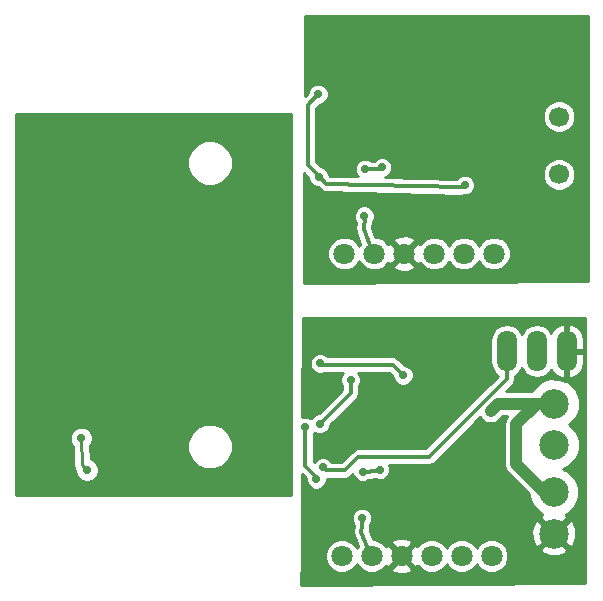
<source format=gbl>
G04 #@! TF.FileFunction,Copper,L2,Bot,Signal*
%FSLAX46Y46*%
G04 Gerber Fmt 4.6, Leading zero omitted, Abs format (unit mm)*
G04 Created by KiCad (PCBNEW 4.0.3+e1-6302~38~ubuntu14.04.1-stable) date Sun Sep  4 16:46:07 2016*
%MOMM*%
%LPD*%
G01*
G04 APERTURE LIST*
%ADD10C,0.150000*%
%ADD11C,1.700000*%
%ADD12C,0.600000*%
%ADD13C,1.800000*%
%ADD14C,2.500000*%
%ADD15O,1.699260X3.500120*%
%ADD16R,2.499360X2.499360*%
%ADD17C,0.700000*%
%ADD18C,0.250000*%
%ADD19C,0.350000*%
%ADD20C,1.000000*%
%ADD21C,0.254000*%
G04 APERTURE END LIST*
D10*
D11*
X183000000Y-64100000D03*
X183000000Y-69000000D03*
D12*
X174600000Y-63150000D03*
X173600000Y-63150000D03*
X172600000Y-63150000D03*
X171600000Y-63150000D03*
X170600000Y-63150000D03*
X169600000Y-63150000D03*
X168600000Y-63150000D03*
X167600000Y-63150000D03*
X167550000Y-59800000D03*
X168550000Y-59800000D03*
X169550000Y-59800000D03*
X170550000Y-59800000D03*
X171550000Y-59800000D03*
X172550000Y-59800000D03*
X173550000Y-59800000D03*
X174550000Y-59800000D03*
X175550000Y-59800000D03*
X176550000Y-59800000D03*
X177550000Y-59800000D03*
X167550000Y-60950000D03*
X168550000Y-60950000D03*
X169550000Y-60950000D03*
X170550000Y-60950000D03*
X171550000Y-60950000D03*
X172550000Y-60950000D03*
X173550000Y-60950000D03*
X174550000Y-60950000D03*
X175550000Y-60950000D03*
X176550000Y-60950000D03*
X177550000Y-60950000D03*
X167550000Y-61950000D03*
X168550000Y-61950000D03*
X169550000Y-61950000D03*
X170550000Y-61950000D03*
X171550000Y-61950000D03*
X172550000Y-61950000D03*
X173550000Y-61950000D03*
X174550000Y-61950000D03*
X175550000Y-61950000D03*
X176550000Y-61950000D03*
X177550000Y-61950000D03*
X177350000Y-58650000D03*
X176350000Y-58650000D03*
X175350000Y-58650000D03*
X174350000Y-58650000D03*
X173350000Y-58650000D03*
X172350000Y-58650000D03*
X171350000Y-58650000D03*
X170350000Y-58650000D03*
X169350000Y-58650000D03*
X168350000Y-58650000D03*
X167350000Y-58650000D03*
X166350000Y-58650000D03*
X165350000Y-58650000D03*
X164350000Y-58650000D03*
X163350000Y-58650000D03*
X162350000Y-58650000D03*
X177350000Y-57650000D03*
X176350000Y-57650000D03*
X175350000Y-57650000D03*
X174350000Y-57650000D03*
X173350000Y-57650000D03*
X172350000Y-57650000D03*
X171350000Y-57650000D03*
X170350000Y-57650000D03*
X169350000Y-57650000D03*
X168350000Y-57650000D03*
X167350000Y-57650000D03*
X166350000Y-57650000D03*
X165350000Y-57650000D03*
X164350000Y-57650000D03*
X163350000Y-57650000D03*
X162350000Y-57650000D03*
X184350000Y-56500000D03*
X183350000Y-56500000D03*
X182350000Y-56500000D03*
X181350000Y-56500000D03*
X180350000Y-56500000D03*
X179350000Y-56500000D03*
X178350000Y-56500000D03*
X177350000Y-56500000D03*
X176350000Y-56500000D03*
X175350000Y-56500000D03*
X174350000Y-56500000D03*
X173350000Y-56500000D03*
X172350000Y-56500000D03*
X171350000Y-56500000D03*
X170350000Y-56500000D03*
X169350000Y-56500000D03*
X168350000Y-56500000D03*
X167350000Y-56500000D03*
X166350000Y-56500000D03*
X165350000Y-56500000D03*
X164350000Y-56500000D03*
X163350000Y-56500000D03*
D13*
X174939680Y-75700000D03*
X177479680Y-75700000D03*
X164800000Y-75700000D03*
X167340000Y-75700000D03*
X172409840Y-75700000D03*
X169869840Y-75700000D03*
D12*
X162350000Y-56500000D03*
X161700000Y-102050000D03*
X161700000Y-103050000D03*
X162750000Y-103100000D03*
X162750000Y-102100000D03*
X181300000Y-101900000D03*
X181300000Y-102900000D03*
X180250000Y-102850000D03*
X180250000Y-101850000D03*
X182450000Y-101850000D03*
X182450000Y-102850000D03*
X183500000Y-102900000D03*
X183500000Y-101900000D03*
X184500000Y-101950000D03*
X184500000Y-102950000D03*
X179700000Y-100400000D03*
X179700000Y-99400000D03*
X179700000Y-98400000D03*
X179700000Y-97400000D03*
X179700000Y-96400000D03*
X178700000Y-95350000D03*
X178700000Y-96350000D03*
X178700000Y-97350000D03*
X178700000Y-98350000D03*
X178700000Y-99350000D03*
X176400000Y-82400000D03*
X176400000Y-83400000D03*
X176400000Y-84400000D03*
X176400000Y-85400000D03*
X177650000Y-99300000D03*
X176650000Y-99300000D03*
X175650000Y-99300000D03*
X177650000Y-98300000D03*
X176650000Y-98300000D03*
X175650000Y-98300000D03*
X177650000Y-97300000D03*
X176650000Y-97300000D03*
X175650000Y-97300000D03*
X177650000Y-96300000D03*
X176650000Y-96300000D03*
X175650000Y-96300000D03*
X177650000Y-95300000D03*
X176650000Y-95300000D03*
X175650000Y-95300000D03*
X177650000Y-94300000D03*
X176650000Y-94300000D03*
X175650000Y-94300000D03*
X177650000Y-93300000D03*
X176650000Y-93300000D03*
X175650000Y-93300000D03*
X177650000Y-92300000D03*
X176650000Y-92300000D03*
X175650000Y-92300000D03*
X177650000Y-91300000D03*
X176650000Y-91300000D03*
X175650000Y-91300000D03*
X168700000Y-91000000D03*
X169700000Y-91000000D03*
X170700000Y-91000000D03*
X171700000Y-91000000D03*
X171700000Y-90000000D03*
X170700000Y-90000000D03*
X169700000Y-90000000D03*
X168700000Y-90000000D03*
X167700000Y-90000000D03*
X171700000Y-89000000D03*
X170700000Y-89000000D03*
X169700000Y-89000000D03*
X168700000Y-89000000D03*
D14*
X182550000Y-95899940D03*
X182550000Y-99400060D03*
X182600000Y-88399940D03*
X182600000Y-91900060D03*
D15*
X181100000Y-83950000D03*
X178560000Y-83950000D03*
X183640000Y-83950000D03*
D13*
X174739680Y-101300000D03*
X177279680Y-101300000D03*
X164600000Y-101300000D03*
X167140000Y-101300000D03*
X172209840Y-101300000D03*
X169669840Y-101300000D03*
D12*
X167700000Y-89000000D03*
X148625000Y-79225000D03*
X148625000Y-77225000D03*
X148625000Y-78225000D03*
X147025000Y-79425000D03*
X147025000Y-78425000D03*
X147025000Y-80425000D03*
X145825000Y-81625000D03*
X145825000Y-79625000D03*
X145825000Y-80625000D03*
X144425000Y-82025000D03*
X144425000Y-81025000D03*
X144425000Y-83025000D03*
X141625000Y-83425000D03*
X141625000Y-84425000D03*
X143025000Y-84425000D03*
X143025000Y-82425000D03*
X143025000Y-83425000D03*
X148925000Y-71125000D03*
X148925000Y-72125000D03*
X148925000Y-70125000D03*
X148925000Y-69125000D03*
X149925000Y-70125000D03*
X149925000Y-69125000D03*
X150925000Y-70125000D03*
X150925000Y-69125000D03*
X153825000Y-83725000D03*
X152225000Y-84825000D03*
X150725000Y-82825000D03*
X150725000Y-83825000D03*
X150725000Y-84825000D03*
X150725000Y-85825000D03*
X150725000Y-86825000D03*
X150325000Y-87725000D03*
X152225000Y-85825000D03*
X149325000Y-88825000D03*
X149325000Y-87825000D03*
X149325000Y-86825000D03*
X149325000Y-85825000D03*
X149325000Y-84825000D03*
X149325000Y-83825000D03*
X149325000Y-82825000D03*
X147925000Y-83825000D03*
X147925000Y-84825000D03*
X147925000Y-85825000D03*
X147925000Y-86825000D03*
X147925000Y-87825000D03*
X147925000Y-88825000D03*
X147925000Y-89825000D03*
X159925000Y-69525000D03*
X159925000Y-70525000D03*
X159925000Y-71525000D03*
X159925000Y-72525000D03*
X159925000Y-73525000D03*
X159925000Y-74525000D03*
X158925000Y-69525000D03*
X158925000Y-70525000D03*
X158925000Y-71525000D03*
X158925000Y-72525000D03*
X158925000Y-73525000D03*
X158925000Y-74525000D03*
X157925000Y-69525000D03*
X157925000Y-70525000D03*
X157925000Y-71525000D03*
X157925000Y-72525000D03*
X157925000Y-73525000D03*
X157925000Y-74525000D03*
X156925000Y-69525000D03*
X156925000Y-70525000D03*
X156925000Y-71525000D03*
X156925000Y-72525000D03*
X156925000Y-73525000D03*
X156925000Y-74525000D03*
X159925000Y-64125000D03*
X159925000Y-65125000D03*
X159925000Y-66125000D03*
X159925000Y-67125000D03*
X159925000Y-68125000D03*
X158925000Y-64125000D03*
X158925000Y-65125000D03*
X158925000Y-66125000D03*
X158925000Y-67125000D03*
X158925000Y-68125000D03*
X157925000Y-64125000D03*
X157925000Y-65125000D03*
X157925000Y-66125000D03*
X157925000Y-67125000D03*
X157925000Y-68125000D03*
X156925000Y-64125000D03*
X156925000Y-65125000D03*
X156925000Y-66125000D03*
X156925000Y-67125000D03*
X156925000Y-68125000D03*
X155925000Y-64125000D03*
X155925000Y-65125000D03*
X155925000Y-66125000D03*
X155925000Y-67125000D03*
X155925000Y-68125000D03*
X154925000Y-64125000D03*
X154925000Y-65125000D03*
X154925000Y-66125000D03*
X156625000Y-75725000D03*
X153925000Y-64125000D03*
X153925000Y-65125000D03*
X159725000Y-76625000D03*
X152925000Y-64125000D03*
X152925000Y-65125000D03*
X159725000Y-75625000D03*
X151925000Y-64125000D03*
X151925000Y-65125000D03*
X151925000Y-66125000D03*
X150925000Y-64125000D03*
X150925000Y-65125000D03*
X150925000Y-66125000D03*
X150925000Y-67125000D03*
X150925000Y-68125000D03*
X149925000Y-64125000D03*
X149925000Y-65125000D03*
X149925000Y-66125000D03*
X149925000Y-67125000D03*
X149925000Y-68125000D03*
X148925000Y-64125000D03*
X148925000Y-65125000D03*
X148925000Y-66125000D03*
X148925000Y-67125000D03*
X148925000Y-68125000D03*
X147925000Y-64125000D03*
X147925000Y-65125000D03*
X147925000Y-66125000D03*
X147925000Y-67125000D03*
X147925000Y-68125000D03*
X146925000Y-64125000D03*
X146925000Y-65125000D03*
X146925000Y-66125000D03*
X146925000Y-67125000D03*
X146925000Y-68125000D03*
X145925000Y-64125000D03*
X145925000Y-65125000D03*
X145925000Y-66125000D03*
X145925000Y-67125000D03*
X145925000Y-68125000D03*
X144925000Y-64125000D03*
X144925000Y-65125000D03*
X144925000Y-66125000D03*
X144925000Y-67125000D03*
X144925000Y-68125000D03*
X143925000Y-64125000D03*
X143925000Y-65125000D03*
X143925000Y-66125000D03*
X143925000Y-67125000D03*
X143925000Y-68125000D03*
X142925000Y-64125000D03*
X142925000Y-65125000D03*
X142925000Y-66125000D03*
X142925000Y-67125000D03*
X142925000Y-68125000D03*
X141925000Y-64125000D03*
X141925000Y-65125000D03*
X141925000Y-66125000D03*
X141925000Y-67125000D03*
X141925000Y-68125000D03*
X140925000Y-64125000D03*
X140925000Y-65125000D03*
X140925000Y-66125000D03*
X140925000Y-67125000D03*
X140925000Y-68125000D03*
X139925000Y-64125000D03*
X139925000Y-65125000D03*
X139925000Y-66125000D03*
X139925000Y-67125000D03*
X139925000Y-68125000D03*
X138925000Y-64125000D03*
X138925000Y-65125000D03*
X138925000Y-66125000D03*
X138925000Y-67125000D03*
X138925000Y-68125000D03*
X145125000Y-77125000D03*
X145125000Y-76125000D03*
X145125000Y-75125000D03*
X143625000Y-75125000D03*
X143625000Y-76125000D03*
X143625000Y-77125000D03*
X143625000Y-78125000D03*
X142125000Y-80125000D03*
X142125000Y-79125000D03*
X142125000Y-78125000D03*
X142125000Y-77125000D03*
X142125000Y-76125000D03*
X142125000Y-75125000D03*
X140525000Y-75125000D03*
X140525000Y-76125000D03*
X140525000Y-77125000D03*
X140525000Y-78125000D03*
X140525000Y-79125000D03*
X140525000Y-80125000D03*
X140525000Y-81125000D03*
X139025000Y-81125000D03*
X139025000Y-80125000D03*
X139025000Y-79125000D03*
X139025000Y-78125000D03*
X139025000Y-77125000D03*
X139025000Y-76125000D03*
X139025000Y-75125000D03*
X139025000Y-82125000D03*
X137725000Y-64125000D03*
X137725000Y-65125000D03*
X137725000Y-66125000D03*
X137725000Y-67125000D03*
X137725000Y-68125000D03*
X137725000Y-69125000D03*
X137725000Y-70125000D03*
X137725000Y-71125000D03*
X137725000Y-72125000D03*
X137725000Y-73125000D03*
X137725000Y-74125000D03*
X137725000Y-75125000D03*
X137725000Y-76125000D03*
X137725000Y-77125000D03*
X137725000Y-78125000D03*
X137725000Y-79125000D03*
X137725000Y-80125000D03*
X137725000Y-81125000D03*
X137725000Y-82125000D03*
X137725000Y-83125000D03*
X137725000Y-84125000D03*
X137725000Y-85125000D03*
X137725000Y-86125000D03*
X157025000Y-86425000D03*
X158025000Y-86425000D03*
X158025000Y-85425000D03*
X160025000Y-83425000D03*
X159025000Y-86425000D03*
X159025000Y-85425000D03*
X159025000Y-84425000D03*
X160025000Y-86425000D03*
X160025000Y-85425000D03*
X160025000Y-84425000D03*
X154925000Y-90425000D03*
X154925000Y-89425000D03*
X154925000Y-88425000D03*
X160025000Y-87425000D03*
X160025000Y-88425000D03*
X160025000Y-89425000D03*
X160025000Y-90425000D03*
X160025000Y-91425000D03*
X160025000Y-92425000D03*
X159025000Y-87425000D03*
X159025000Y-88425000D03*
X159025000Y-89425000D03*
X159025000Y-90425000D03*
X159025000Y-91425000D03*
X159025000Y-92425000D03*
X158025000Y-87425000D03*
X158025000Y-88425000D03*
X158025000Y-89425000D03*
X158025000Y-90425000D03*
X158025000Y-91425000D03*
X158025000Y-92425000D03*
X157025000Y-87425000D03*
X157025000Y-88425000D03*
X157025000Y-89425000D03*
X157025000Y-90425000D03*
X157025000Y-91425000D03*
X157025000Y-92425000D03*
X156025000Y-87425000D03*
X156025000Y-88425000D03*
X156025000Y-89425000D03*
X156025000Y-90425000D03*
X156025000Y-91425000D03*
X156025000Y-92425000D03*
X159925000Y-93525000D03*
X158025000Y-93525000D03*
X157025000Y-93525000D03*
X156025000Y-93525000D03*
X159025000Y-93525000D03*
X159925000Y-94625000D03*
X158925000Y-94625000D03*
X157925000Y-94625000D03*
X156925000Y-94625000D03*
X155925000Y-94625000D03*
X154925000Y-94625000D03*
X153925000Y-94625000D03*
X152925000Y-94625000D03*
X151925000Y-94625000D03*
X150925000Y-94625000D03*
X149925000Y-94625000D03*
X159925000Y-95725000D03*
X158925000Y-95725000D03*
X157925000Y-95725000D03*
X156925000Y-95725000D03*
X155925000Y-95725000D03*
X154925000Y-95725000D03*
X153925000Y-95725000D03*
X152925000Y-95725000D03*
X151925000Y-95725000D03*
X150925000Y-95725000D03*
X149925000Y-95725000D03*
X148925000Y-95725000D03*
X147925000Y-95725000D03*
X142925000Y-95725000D03*
X143925000Y-95725000D03*
X144925000Y-95725000D03*
X145925000Y-95725000D03*
X146925000Y-95725000D03*
X137725000Y-88425000D03*
X141725000Y-93725000D03*
X141725000Y-94725000D03*
X141725000Y-95725000D03*
X137725000Y-90725000D03*
X137725000Y-87125000D03*
X140725000Y-93725000D03*
X140725000Y-94725000D03*
X140725000Y-95725000D03*
X137725000Y-89625000D03*
X139725000Y-92725000D03*
X139725000Y-93725000D03*
X139725000Y-94725000D03*
X139725000Y-95725000D03*
X138725000Y-91725000D03*
X138725000Y-92725000D03*
X138725000Y-93725000D03*
X138725000Y-94725000D03*
X138725000Y-95725000D03*
X137725000Y-91725000D03*
X137725000Y-92725000D03*
X137725000Y-93725000D03*
X137725000Y-94725000D03*
X153425000Y-80025000D03*
X152663000Y-79263000D03*
X152663000Y-80787000D03*
X154187000Y-79263000D03*
X154187000Y-80787000D03*
D16*
X153425000Y-80025000D03*
D12*
X137725000Y-95725000D03*
D17*
X165650000Y-70950000D03*
X170600000Y-68400000D03*
X180250000Y-77050000D03*
X178750000Y-61500000D03*
X170700000Y-72250000D03*
X166000000Y-63400000D03*
X175100000Y-68300000D03*
X166700000Y-60400000D03*
X162800000Y-60500000D03*
X161950000Y-86350000D03*
X162400000Y-81500000D03*
X171750000Y-86700000D03*
X165900000Y-82300000D03*
X168900000Y-83750000D03*
X165450000Y-96550000D03*
X170550000Y-94750000D03*
X170500000Y-97850000D03*
X165800000Y-89000000D03*
X174900000Y-93900000D03*
X158225000Y-77925000D03*
X158225000Y-76125000D03*
X151725000Y-74825000D03*
X151125000Y-72825000D03*
X158676840Y-80376840D03*
X152175320Y-83174680D03*
X146225000Y-91425000D03*
X166500000Y-72500000D03*
X162650000Y-69200000D03*
X162600000Y-62200000D03*
X175000000Y-69900000D03*
X161500000Y-90400000D03*
X166300000Y-98100000D03*
X162450000Y-94800000D03*
X166550000Y-68550000D03*
X168000000Y-68400000D03*
X166350000Y-94150000D03*
X167800000Y-94000000D03*
X177200000Y-89050000D03*
X163000000Y-93800000D03*
X169800000Y-86000000D03*
X162750000Y-85000000D03*
X165350000Y-86400000D03*
X162750000Y-90100000D03*
X142525000Y-91325000D03*
X143025000Y-94025000D03*
D18*
X158225000Y-76125000D02*
X158225000Y-77925000D01*
X158725000Y-80425000D02*
X158725000Y-80525000D01*
X158676840Y-80376840D02*
X158725000Y-80425000D01*
X152175320Y-83174680D02*
X152225000Y-83125000D01*
D19*
X166450000Y-73650000D02*
X167150000Y-75510000D01*
X166550000Y-72600000D02*
X166450000Y-73650000D01*
X166500000Y-72500000D02*
X166550000Y-72600000D01*
X167150000Y-75510000D02*
X167340000Y-75700000D01*
X162650000Y-69200000D02*
X162675000Y-69175000D01*
X162675000Y-69175000D02*
X162650000Y-69200000D01*
X162650000Y-69200000D02*
X162650000Y-69150000D01*
X161700000Y-63100000D02*
X162600000Y-62200000D01*
X161700000Y-68200000D02*
X161700000Y-63100000D01*
X163300000Y-69800000D02*
X162650000Y-69150000D01*
X162650000Y-69150000D02*
X161700000Y-68200000D01*
X174800000Y-70100000D02*
X163300000Y-69800000D01*
X175000000Y-69900000D02*
X174800000Y-70100000D01*
X162450000Y-94800000D02*
X162450000Y-94600000D01*
X161500000Y-93650000D02*
X161500000Y-90400000D01*
X162450000Y-94600000D02*
X161500000Y-93650000D01*
X166250000Y-99250000D02*
X166950000Y-101110000D01*
X166350000Y-98200000D02*
X166250000Y-99250000D01*
X166300000Y-98100000D02*
X166350000Y-98200000D01*
X166950000Y-101110000D02*
X167140000Y-101300000D01*
X162450000Y-94800000D02*
X162475000Y-94775000D01*
X162475000Y-94775000D02*
X162450000Y-94800000D01*
X167900000Y-68500000D02*
X166550000Y-68550000D01*
X168000000Y-68400000D02*
X167900000Y-68500000D01*
X167700000Y-94100000D02*
X166350000Y-94150000D01*
X167800000Y-94000000D02*
X167700000Y-94100000D01*
D20*
X177850060Y-88399940D02*
X182600000Y-88399940D01*
X177200000Y-89050000D02*
X177850060Y-88399940D01*
X182550000Y-95899940D02*
X181749940Y-95899940D01*
X181749940Y-95899940D02*
X179350000Y-93500000D01*
X179350000Y-93500000D02*
X179350000Y-90150000D01*
X179350000Y-90150000D02*
X181100060Y-88399940D01*
X181100060Y-88399940D02*
X182600000Y-88399940D01*
D19*
X178560000Y-86290000D02*
X178560000Y-83950000D01*
X171950000Y-92900000D02*
X178560000Y-86290000D01*
X166000000Y-92900000D02*
X171950000Y-92900000D01*
X164850000Y-94050000D02*
X166000000Y-92900000D01*
X163250000Y-94050000D02*
X164850000Y-94050000D01*
X163000000Y-93800000D02*
X163250000Y-94050000D01*
X169800000Y-86000000D02*
X168900000Y-85100000D01*
X168900000Y-85100000D02*
X162850000Y-85100000D01*
X162850000Y-85100000D02*
X162750000Y-85000000D01*
X165350000Y-87500000D02*
X165350000Y-86400000D01*
X162750000Y-90100000D02*
X165350000Y-87500000D01*
D18*
X142625000Y-93625000D02*
X142525000Y-91325000D01*
X143025000Y-94025000D02*
X142625000Y-93625000D01*
D21*
G36*
X185423000Y-78026494D02*
X161377553Y-78172224D01*
X161387011Y-75982603D01*
X163372752Y-75982603D01*
X163589543Y-76507275D01*
X163990614Y-76909047D01*
X164514907Y-77126752D01*
X165082603Y-77127248D01*
X165607275Y-76910457D01*
X166009047Y-76509386D01*
X166069881Y-76362882D01*
X166129543Y-76507275D01*
X166530614Y-76909047D01*
X167054907Y-77126752D01*
X167622603Y-77127248D01*
X168147275Y-76910457D01*
X168277800Y-76780159D01*
X168969286Y-76780159D01*
X169055692Y-77036643D01*
X169629176Y-77246458D01*
X170239300Y-77220839D01*
X170683988Y-77036643D01*
X170770394Y-76780159D01*
X169869840Y-75879605D01*
X168969286Y-76780159D01*
X168277800Y-76780159D01*
X168541481Y-76516939D01*
X168789681Y-76600554D01*
X169690235Y-75700000D01*
X170049445Y-75700000D01*
X170949999Y-76600554D01*
X171206304Y-76514208D01*
X171600454Y-76909047D01*
X172124747Y-77126752D01*
X172692443Y-77127248D01*
X173217115Y-76910457D01*
X173618887Y-76509386D01*
X173674628Y-76375146D01*
X173729223Y-76507275D01*
X174130294Y-76909047D01*
X174654587Y-77126752D01*
X175222283Y-77127248D01*
X175746955Y-76910457D01*
X176148727Y-76509386D01*
X176209561Y-76362882D01*
X176269223Y-76507275D01*
X176670294Y-76909047D01*
X177194587Y-77126752D01*
X177762283Y-77127248D01*
X178286955Y-76910457D01*
X178688727Y-76509386D01*
X178906432Y-75985093D01*
X178906928Y-75417397D01*
X178690137Y-74892725D01*
X178289066Y-74490953D01*
X177764773Y-74273248D01*
X177197077Y-74272752D01*
X176672405Y-74489543D01*
X176270633Y-74890614D01*
X176209799Y-75037118D01*
X176150137Y-74892725D01*
X175749066Y-74490953D01*
X175224773Y-74273248D01*
X174657077Y-74272752D01*
X174132405Y-74489543D01*
X173730633Y-74890614D01*
X173674892Y-75024854D01*
X173620297Y-74892725D01*
X173219226Y-74490953D01*
X172694933Y-74273248D01*
X172127237Y-74272752D01*
X171602565Y-74489543D01*
X171205795Y-74885620D01*
X170949999Y-74799446D01*
X170049445Y-75700000D01*
X169690235Y-75700000D01*
X168789681Y-74799446D01*
X168540979Y-74883230D01*
X168278050Y-74619841D01*
X168969286Y-74619841D01*
X169869840Y-75520395D01*
X170770394Y-74619841D01*
X170683988Y-74363357D01*
X170110504Y-74153542D01*
X169500380Y-74179161D01*
X169055692Y-74363357D01*
X168969286Y-74619841D01*
X168278050Y-74619841D01*
X168149386Y-74490953D01*
X167625093Y-74273248D01*
X167434561Y-74273082D01*
X167164243Y-73554807D01*
X167214624Y-73025807D01*
X167243051Y-72997429D01*
X167376847Y-72675211D01*
X167377151Y-72326319D01*
X167243918Y-72003869D01*
X166997429Y-71756949D01*
X166675211Y-71623153D01*
X166326319Y-71622849D01*
X166003869Y-71756082D01*
X165756949Y-72002571D01*
X165623153Y-72324789D01*
X165622849Y-72673681D01*
X165756082Y-72996131D01*
X165802653Y-73042784D01*
X165751162Y-73583444D01*
X165753402Y-73605463D01*
X165748377Y-73627013D01*
X165767194Y-73741003D01*
X165778889Y-73855944D01*
X165789383Y-73875426D01*
X165792988Y-73897263D01*
X166157032Y-74864580D01*
X166130953Y-74890614D01*
X166070119Y-75037118D01*
X166010457Y-74892725D01*
X165609386Y-74490953D01*
X165085093Y-74273248D01*
X164517397Y-74272752D01*
X163992725Y-74489543D01*
X163590953Y-74890614D01*
X163373248Y-75414907D01*
X163372752Y-75982603D01*
X161387011Y-75982603D01*
X161417561Y-68910339D01*
X161772943Y-69265721D01*
X161772849Y-69373681D01*
X161906082Y-69696131D01*
X162152571Y-69943051D01*
X162474789Y-70076847D01*
X162584164Y-70076942D01*
X162803611Y-70296389D01*
X162910010Y-70367482D01*
X163014534Y-70441337D01*
X163023617Y-70443391D01*
X163031357Y-70448563D01*
X163156866Y-70473529D01*
X163281693Y-70501761D01*
X174781693Y-70801761D01*
X174790868Y-70800184D01*
X174800000Y-70802000D01*
X174925522Y-70777032D01*
X174926084Y-70776935D01*
X175173681Y-70777151D01*
X175496131Y-70643918D01*
X175743051Y-70397429D01*
X175876847Y-70075211D01*
X175877151Y-69726319D01*
X175743918Y-69403869D01*
X175612979Y-69272701D01*
X181622762Y-69272701D01*
X181831956Y-69778989D01*
X182218974Y-70166683D01*
X182724896Y-70376760D01*
X183272701Y-70377238D01*
X183778989Y-70168044D01*
X184166683Y-69781026D01*
X184376760Y-69275104D01*
X184377238Y-68727299D01*
X184168044Y-68221011D01*
X183781026Y-67833317D01*
X183275104Y-67623240D01*
X182727299Y-67622762D01*
X182221011Y-67831956D01*
X181833317Y-68218974D01*
X181623240Y-68724896D01*
X181622762Y-69272701D01*
X175612979Y-69272701D01*
X175497429Y-69156949D01*
X175175211Y-69023153D01*
X174826319Y-69022849D01*
X174503869Y-69156082D01*
X174275474Y-69384078D01*
X168292627Y-69228004D01*
X168496131Y-69143918D01*
X168743051Y-68897429D01*
X168876847Y-68575211D01*
X168877151Y-68226319D01*
X168743918Y-67903869D01*
X168497429Y-67656949D01*
X168175211Y-67523153D01*
X167826319Y-67522849D01*
X167503869Y-67656082D01*
X167341462Y-67818205D01*
X167068749Y-67828306D01*
X167047429Y-67806949D01*
X166725211Y-67673153D01*
X166376319Y-67672849D01*
X166053869Y-67806082D01*
X165806949Y-68052571D01*
X165673153Y-68374789D01*
X165672849Y-68723681D01*
X165806082Y-69046131D01*
X165926007Y-69166266D01*
X163598322Y-69105544D01*
X163527144Y-69034366D01*
X163527151Y-69026319D01*
X163393918Y-68703869D01*
X163147429Y-68456949D01*
X162825211Y-68323153D01*
X162815923Y-68323145D01*
X162402000Y-67909222D01*
X162402000Y-64372701D01*
X181622762Y-64372701D01*
X181831956Y-64878989D01*
X182218974Y-65266683D01*
X182724896Y-65476760D01*
X183272701Y-65477238D01*
X183778989Y-65268044D01*
X184166683Y-64881026D01*
X184376760Y-64375104D01*
X184377238Y-63827299D01*
X184168044Y-63321011D01*
X183781026Y-62933317D01*
X183275104Y-62723240D01*
X182727299Y-62722762D01*
X182221011Y-62931956D01*
X181833317Y-63318974D01*
X181623240Y-63824896D01*
X181622762Y-64372701D01*
X162402000Y-64372701D01*
X162402000Y-63390778D01*
X162715678Y-63077100D01*
X162773681Y-63077151D01*
X163096131Y-62943918D01*
X163343051Y-62697429D01*
X163476847Y-62375211D01*
X163477151Y-62026319D01*
X163343918Y-61703869D01*
X163097429Y-61456949D01*
X162775211Y-61323153D01*
X162426319Y-61322849D01*
X162103869Y-61456082D01*
X161856949Y-61702571D01*
X161723153Y-62024789D01*
X161723101Y-62084121D01*
X161445851Y-62361371D01*
X161475157Y-55577000D01*
X185423000Y-55577000D01*
X185423000Y-78026494D01*
X185423000Y-78026494D01*
G37*
X185423000Y-78026494D02*
X161377553Y-78172224D01*
X161387011Y-75982603D01*
X163372752Y-75982603D01*
X163589543Y-76507275D01*
X163990614Y-76909047D01*
X164514907Y-77126752D01*
X165082603Y-77127248D01*
X165607275Y-76910457D01*
X166009047Y-76509386D01*
X166069881Y-76362882D01*
X166129543Y-76507275D01*
X166530614Y-76909047D01*
X167054907Y-77126752D01*
X167622603Y-77127248D01*
X168147275Y-76910457D01*
X168277800Y-76780159D01*
X168969286Y-76780159D01*
X169055692Y-77036643D01*
X169629176Y-77246458D01*
X170239300Y-77220839D01*
X170683988Y-77036643D01*
X170770394Y-76780159D01*
X169869840Y-75879605D01*
X168969286Y-76780159D01*
X168277800Y-76780159D01*
X168541481Y-76516939D01*
X168789681Y-76600554D01*
X169690235Y-75700000D01*
X170049445Y-75700000D01*
X170949999Y-76600554D01*
X171206304Y-76514208D01*
X171600454Y-76909047D01*
X172124747Y-77126752D01*
X172692443Y-77127248D01*
X173217115Y-76910457D01*
X173618887Y-76509386D01*
X173674628Y-76375146D01*
X173729223Y-76507275D01*
X174130294Y-76909047D01*
X174654587Y-77126752D01*
X175222283Y-77127248D01*
X175746955Y-76910457D01*
X176148727Y-76509386D01*
X176209561Y-76362882D01*
X176269223Y-76507275D01*
X176670294Y-76909047D01*
X177194587Y-77126752D01*
X177762283Y-77127248D01*
X178286955Y-76910457D01*
X178688727Y-76509386D01*
X178906432Y-75985093D01*
X178906928Y-75417397D01*
X178690137Y-74892725D01*
X178289066Y-74490953D01*
X177764773Y-74273248D01*
X177197077Y-74272752D01*
X176672405Y-74489543D01*
X176270633Y-74890614D01*
X176209799Y-75037118D01*
X176150137Y-74892725D01*
X175749066Y-74490953D01*
X175224773Y-74273248D01*
X174657077Y-74272752D01*
X174132405Y-74489543D01*
X173730633Y-74890614D01*
X173674892Y-75024854D01*
X173620297Y-74892725D01*
X173219226Y-74490953D01*
X172694933Y-74273248D01*
X172127237Y-74272752D01*
X171602565Y-74489543D01*
X171205795Y-74885620D01*
X170949999Y-74799446D01*
X170049445Y-75700000D01*
X169690235Y-75700000D01*
X168789681Y-74799446D01*
X168540979Y-74883230D01*
X168278050Y-74619841D01*
X168969286Y-74619841D01*
X169869840Y-75520395D01*
X170770394Y-74619841D01*
X170683988Y-74363357D01*
X170110504Y-74153542D01*
X169500380Y-74179161D01*
X169055692Y-74363357D01*
X168969286Y-74619841D01*
X168278050Y-74619841D01*
X168149386Y-74490953D01*
X167625093Y-74273248D01*
X167434561Y-74273082D01*
X167164243Y-73554807D01*
X167214624Y-73025807D01*
X167243051Y-72997429D01*
X167376847Y-72675211D01*
X167377151Y-72326319D01*
X167243918Y-72003869D01*
X166997429Y-71756949D01*
X166675211Y-71623153D01*
X166326319Y-71622849D01*
X166003869Y-71756082D01*
X165756949Y-72002571D01*
X165623153Y-72324789D01*
X165622849Y-72673681D01*
X165756082Y-72996131D01*
X165802653Y-73042784D01*
X165751162Y-73583444D01*
X165753402Y-73605463D01*
X165748377Y-73627013D01*
X165767194Y-73741003D01*
X165778889Y-73855944D01*
X165789383Y-73875426D01*
X165792988Y-73897263D01*
X166157032Y-74864580D01*
X166130953Y-74890614D01*
X166070119Y-75037118D01*
X166010457Y-74892725D01*
X165609386Y-74490953D01*
X165085093Y-74273248D01*
X164517397Y-74272752D01*
X163992725Y-74489543D01*
X163590953Y-74890614D01*
X163373248Y-75414907D01*
X163372752Y-75982603D01*
X161387011Y-75982603D01*
X161417561Y-68910339D01*
X161772943Y-69265721D01*
X161772849Y-69373681D01*
X161906082Y-69696131D01*
X162152571Y-69943051D01*
X162474789Y-70076847D01*
X162584164Y-70076942D01*
X162803611Y-70296389D01*
X162910010Y-70367482D01*
X163014534Y-70441337D01*
X163023617Y-70443391D01*
X163031357Y-70448563D01*
X163156866Y-70473529D01*
X163281693Y-70501761D01*
X174781693Y-70801761D01*
X174790868Y-70800184D01*
X174800000Y-70802000D01*
X174925522Y-70777032D01*
X174926084Y-70776935D01*
X175173681Y-70777151D01*
X175496131Y-70643918D01*
X175743051Y-70397429D01*
X175876847Y-70075211D01*
X175877151Y-69726319D01*
X175743918Y-69403869D01*
X175612979Y-69272701D01*
X181622762Y-69272701D01*
X181831956Y-69778989D01*
X182218974Y-70166683D01*
X182724896Y-70376760D01*
X183272701Y-70377238D01*
X183778989Y-70168044D01*
X184166683Y-69781026D01*
X184376760Y-69275104D01*
X184377238Y-68727299D01*
X184168044Y-68221011D01*
X183781026Y-67833317D01*
X183275104Y-67623240D01*
X182727299Y-67622762D01*
X182221011Y-67831956D01*
X181833317Y-68218974D01*
X181623240Y-68724896D01*
X181622762Y-69272701D01*
X175612979Y-69272701D01*
X175497429Y-69156949D01*
X175175211Y-69023153D01*
X174826319Y-69022849D01*
X174503869Y-69156082D01*
X174275474Y-69384078D01*
X168292627Y-69228004D01*
X168496131Y-69143918D01*
X168743051Y-68897429D01*
X168876847Y-68575211D01*
X168877151Y-68226319D01*
X168743918Y-67903869D01*
X168497429Y-67656949D01*
X168175211Y-67523153D01*
X167826319Y-67522849D01*
X167503869Y-67656082D01*
X167341462Y-67818205D01*
X167068749Y-67828306D01*
X167047429Y-67806949D01*
X166725211Y-67673153D01*
X166376319Y-67672849D01*
X166053869Y-67806082D01*
X165806949Y-68052571D01*
X165673153Y-68374789D01*
X165672849Y-68723681D01*
X165806082Y-69046131D01*
X165926007Y-69166266D01*
X163598322Y-69105544D01*
X163527144Y-69034366D01*
X163527151Y-69026319D01*
X163393918Y-68703869D01*
X163147429Y-68456949D01*
X162825211Y-68323153D01*
X162815923Y-68323145D01*
X162402000Y-67909222D01*
X162402000Y-64372701D01*
X181622762Y-64372701D01*
X181831956Y-64878989D01*
X182218974Y-65266683D01*
X182724896Y-65476760D01*
X183272701Y-65477238D01*
X183778989Y-65268044D01*
X184166683Y-64881026D01*
X184376760Y-64375104D01*
X184377238Y-63827299D01*
X184168044Y-63321011D01*
X183781026Y-62933317D01*
X183275104Y-62723240D01*
X182727299Y-62722762D01*
X182221011Y-62931956D01*
X181833317Y-63318974D01*
X181623240Y-63824896D01*
X181622762Y-64372701D01*
X162402000Y-64372701D01*
X162402000Y-63390778D01*
X162715678Y-63077100D01*
X162773681Y-63077151D01*
X163096131Y-62943918D01*
X163343051Y-62697429D01*
X163476847Y-62375211D01*
X163477151Y-62026319D01*
X163343918Y-61703869D01*
X163097429Y-61456949D01*
X162775211Y-61323153D01*
X162426319Y-61322849D01*
X162103869Y-61456082D01*
X161856949Y-61702571D01*
X161723153Y-62024789D01*
X161723101Y-62084121D01*
X161445851Y-62361371D01*
X161475157Y-55577000D01*
X185423000Y-55577000D01*
X185423000Y-78026494D01*
G36*
X185223000Y-103626494D02*
X161177553Y-103772224D01*
X161187011Y-101582603D01*
X163172752Y-101582603D01*
X163389543Y-102107275D01*
X163790614Y-102509047D01*
X164314907Y-102726752D01*
X164882603Y-102727248D01*
X165407275Y-102510457D01*
X165809047Y-102109386D01*
X165869881Y-101962882D01*
X165929543Y-102107275D01*
X166330614Y-102509047D01*
X166854907Y-102726752D01*
X167422603Y-102727248D01*
X167947275Y-102510457D01*
X168077800Y-102380159D01*
X168769286Y-102380159D01*
X168855692Y-102636643D01*
X169429176Y-102846458D01*
X170039300Y-102820839D01*
X170483988Y-102636643D01*
X170570394Y-102380159D01*
X169669840Y-101479605D01*
X168769286Y-102380159D01*
X168077800Y-102380159D01*
X168341481Y-102116939D01*
X168589681Y-102200554D01*
X169490235Y-101300000D01*
X169849445Y-101300000D01*
X170749999Y-102200554D01*
X171006304Y-102114208D01*
X171400454Y-102509047D01*
X171924747Y-102726752D01*
X172492443Y-102727248D01*
X173017115Y-102510457D01*
X173418887Y-102109386D01*
X173474628Y-101975146D01*
X173529223Y-102107275D01*
X173930294Y-102509047D01*
X174454587Y-102726752D01*
X175022283Y-102727248D01*
X175546955Y-102510457D01*
X175948727Y-102109386D01*
X176009561Y-101962882D01*
X176069223Y-102107275D01*
X176470294Y-102509047D01*
X176994587Y-102726752D01*
X177562283Y-102727248D01*
X178086955Y-102510457D01*
X178488727Y-102109386D01*
X178706432Y-101585093D01*
X178706928Y-101017397D01*
X178589575Y-100733380D01*
X181396285Y-100733380D01*
X181525533Y-101026183D01*
X182225806Y-101294448D01*
X182975435Y-101274310D01*
X183574467Y-101026183D01*
X183703715Y-100733380D01*
X182550000Y-99579665D01*
X181396285Y-100733380D01*
X178589575Y-100733380D01*
X178490137Y-100492725D01*
X178089066Y-100090953D01*
X177564773Y-99873248D01*
X176997077Y-99872752D01*
X176472405Y-100089543D01*
X176070633Y-100490614D01*
X176009799Y-100637118D01*
X175950137Y-100492725D01*
X175549066Y-100090953D01*
X175024773Y-99873248D01*
X174457077Y-99872752D01*
X173932405Y-100089543D01*
X173530633Y-100490614D01*
X173474892Y-100624854D01*
X173420297Y-100492725D01*
X173019226Y-100090953D01*
X172494933Y-99873248D01*
X171927237Y-99872752D01*
X171402565Y-100089543D01*
X171005795Y-100485620D01*
X170749999Y-100399446D01*
X169849445Y-101300000D01*
X169490235Y-101300000D01*
X168589681Y-100399446D01*
X168340979Y-100483230D01*
X168078050Y-100219841D01*
X168769286Y-100219841D01*
X169669840Y-101120395D01*
X170570394Y-100219841D01*
X170483988Y-99963357D01*
X169910504Y-99753542D01*
X169300380Y-99779161D01*
X168855692Y-99963357D01*
X168769286Y-100219841D01*
X168078050Y-100219841D01*
X167949386Y-100090953D01*
X167425093Y-99873248D01*
X167234561Y-99873082D01*
X166964243Y-99154807D01*
X166971761Y-99075866D01*
X180655612Y-99075866D01*
X180675750Y-99825495D01*
X180923877Y-100424527D01*
X181216680Y-100553775D01*
X182370395Y-99400060D01*
X182729605Y-99400060D01*
X183883320Y-100553775D01*
X184176123Y-100424527D01*
X184444388Y-99724254D01*
X184424250Y-98974625D01*
X184176123Y-98375593D01*
X183883320Y-98246345D01*
X182729605Y-99400060D01*
X182370395Y-99400060D01*
X181216680Y-98246345D01*
X180923877Y-98375593D01*
X180655612Y-99075866D01*
X166971761Y-99075866D01*
X167014624Y-98625807D01*
X167043051Y-98597429D01*
X167176847Y-98275211D01*
X167177151Y-97926319D01*
X167043918Y-97603869D01*
X166797429Y-97356949D01*
X166475211Y-97223153D01*
X166126319Y-97222849D01*
X165803869Y-97356082D01*
X165556949Y-97602571D01*
X165423153Y-97924789D01*
X165422849Y-98273681D01*
X165556082Y-98596131D01*
X165602653Y-98642784D01*
X165551162Y-99183444D01*
X165553402Y-99205463D01*
X165548377Y-99227013D01*
X165567194Y-99341003D01*
X165578889Y-99455944D01*
X165589383Y-99475426D01*
X165592988Y-99497263D01*
X165957032Y-100464580D01*
X165930953Y-100490614D01*
X165870119Y-100637118D01*
X165810457Y-100492725D01*
X165409386Y-100090953D01*
X164885093Y-99873248D01*
X164317397Y-99872752D01*
X163792725Y-100089543D01*
X163390953Y-100490614D01*
X163173248Y-101014907D01*
X163172752Y-101582603D01*
X161187011Y-101582603D01*
X161218206Y-94360984D01*
X161573074Y-94715852D01*
X161572849Y-94973681D01*
X161706082Y-95296131D01*
X161952571Y-95543051D01*
X162274789Y-95676847D01*
X162623681Y-95677151D01*
X162946131Y-95543918D01*
X163193051Y-95297429D01*
X163326847Y-94975211D01*
X163327041Y-94752000D01*
X164850000Y-94752000D01*
X165118644Y-94698563D01*
X165346389Y-94546389D01*
X165500990Y-94391788D01*
X165606082Y-94646131D01*
X165852571Y-94893051D01*
X166174789Y-95026847D01*
X166523681Y-95027151D01*
X166846131Y-94893918D01*
X166908356Y-94831801D01*
X167466521Y-94811129D01*
X167624789Y-94876847D01*
X167973681Y-94877151D01*
X168296131Y-94743918D01*
X168543051Y-94497429D01*
X168676847Y-94175211D01*
X168677151Y-93826319D01*
X168584465Y-93602000D01*
X171950000Y-93602000D01*
X172218644Y-93548563D01*
X172446389Y-93396389D01*
X176310691Y-89532087D01*
X176473801Y-89776199D01*
X176806984Y-89998824D01*
X177200000Y-90077000D01*
X177593016Y-89998824D01*
X177926199Y-89776199D01*
X178275457Y-89426940D01*
X178621704Y-89426940D01*
X178401176Y-89756984D01*
X178323000Y-90150000D01*
X178323000Y-93500000D01*
X178401176Y-93893016D01*
X178623801Y-94226199D01*
X180422890Y-96025287D01*
X180422632Y-96321170D01*
X180745766Y-97103214D01*
X181343578Y-97702071D01*
X181524157Y-97777054D01*
X181396285Y-98066740D01*
X182550000Y-99220455D01*
X183703715Y-98066740D01*
X183576005Y-97777420D01*
X183753274Y-97704174D01*
X184352131Y-97106362D01*
X184676630Y-96324883D01*
X184677368Y-95478710D01*
X184354234Y-94696666D01*
X183756422Y-94097809D01*
X183304776Y-93910269D01*
X183803274Y-93704294D01*
X184402131Y-93106482D01*
X184726630Y-92325003D01*
X184727368Y-91478830D01*
X184404234Y-90696786D01*
X183857973Y-90149570D01*
X184402131Y-89606362D01*
X184726630Y-88824883D01*
X184727368Y-87978710D01*
X184404234Y-87196666D01*
X183806422Y-86597809D01*
X183024943Y-86273310D01*
X182178770Y-86272572D01*
X181396726Y-86595706D01*
X180797869Y-87193518D01*
X180723366Y-87372940D01*
X178469838Y-87372940D01*
X179056389Y-86786389D01*
X179208564Y-86558643D01*
X179262000Y-86290000D01*
X179262000Y-86049824D01*
X179533424Y-85868464D01*
X179830000Y-85424607D01*
X180126576Y-85868464D01*
X180573187Y-86166880D01*
X181100000Y-86271670D01*
X181626813Y-86166880D01*
X182073424Y-85868464D01*
X182310530Y-85513610D01*
X182316982Y-85535906D01*
X182680011Y-85990024D01*
X183189190Y-86270649D01*
X183283168Y-86291540D01*
X183513000Y-86170214D01*
X183513000Y-84077000D01*
X183767000Y-84077000D01*
X183767000Y-86170214D01*
X183996832Y-86291540D01*
X184090810Y-86270649D01*
X184599989Y-85990024D01*
X184963018Y-85535906D01*
X185124630Y-84977430D01*
X185124630Y-84077000D01*
X183767000Y-84077000D01*
X183513000Y-84077000D01*
X183493000Y-84077000D01*
X183493000Y-83823000D01*
X183513000Y-83823000D01*
X183513000Y-81729786D01*
X183767000Y-81729786D01*
X183767000Y-83823000D01*
X185124630Y-83823000D01*
X185124630Y-82922570D01*
X184963018Y-82364094D01*
X184599989Y-81909976D01*
X184090810Y-81629351D01*
X183996832Y-81608460D01*
X183767000Y-81729786D01*
X183513000Y-81729786D01*
X183283168Y-81608460D01*
X183189190Y-81629351D01*
X182680011Y-81909976D01*
X182316982Y-82364094D01*
X182310530Y-82386390D01*
X182073424Y-82031536D01*
X181626813Y-81733120D01*
X181100000Y-81628330D01*
X180573187Y-81733120D01*
X180126576Y-82031536D01*
X179830000Y-82475393D01*
X179533424Y-82031536D01*
X179086813Y-81733120D01*
X178560000Y-81628330D01*
X178033187Y-81733120D01*
X177586576Y-82031536D01*
X177288160Y-82478147D01*
X177183370Y-83004960D01*
X177183370Y-84895040D01*
X177288160Y-85421853D01*
X177586576Y-85868464D01*
X177827666Y-86029556D01*
X171659222Y-92198000D01*
X166000000Y-92198000D01*
X165731357Y-92251436D01*
X165503611Y-92403611D01*
X164559222Y-93348000D01*
X163762152Y-93348000D01*
X163743918Y-93303869D01*
X163497429Y-93056949D01*
X163175211Y-92923153D01*
X162826319Y-92922849D01*
X162503869Y-93056082D01*
X162256949Y-93302571D01*
X162224205Y-93381427D01*
X162202000Y-93359222D01*
X162202000Y-90938408D01*
X162243051Y-90897429D01*
X162263710Y-90847676D01*
X162574789Y-90976847D01*
X162923681Y-90977151D01*
X163246131Y-90843918D01*
X163493051Y-90597429D01*
X163626847Y-90275211D01*
X163626899Y-90215879D01*
X165846389Y-87996389D01*
X165860683Y-87974997D01*
X165998563Y-87768644D01*
X166052000Y-87500000D01*
X166052000Y-86938408D01*
X166093051Y-86897429D01*
X166226847Y-86575211D01*
X166227151Y-86226319D01*
X166093918Y-85903869D01*
X165992227Y-85802000D01*
X168609222Y-85802000D01*
X168922900Y-86115678D01*
X168922849Y-86173681D01*
X169056082Y-86496131D01*
X169302571Y-86743051D01*
X169624789Y-86876847D01*
X169973681Y-86877151D01*
X170296131Y-86743918D01*
X170543051Y-86497429D01*
X170676847Y-86175211D01*
X170677151Y-85826319D01*
X170543918Y-85503869D01*
X170297429Y-85256949D01*
X169975211Y-85123153D01*
X169915879Y-85123101D01*
X169396389Y-84603611D01*
X169247114Y-84503869D01*
X169168644Y-84451437D01*
X168900000Y-84398000D01*
X163388234Y-84398000D01*
X163247429Y-84256949D01*
X162925211Y-84123153D01*
X162576319Y-84122849D01*
X162253869Y-84256082D01*
X162006949Y-84502571D01*
X161873153Y-84824789D01*
X161872849Y-85173681D01*
X162006082Y-85496131D01*
X162252571Y-85743051D01*
X162574789Y-85876847D01*
X162923681Y-85877151D01*
X163105561Y-85802000D01*
X164707696Y-85802000D01*
X164606949Y-85902571D01*
X164473153Y-86224789D01*
X164472849Y-86573681D01*
X164606082Y-86896131D01*
X164648000Y-86938122D01*
X164648000Y-87209222D01*
X162634322Y-89222900D01*
X162576319Y-89222849D01*
X162253869Y-89356082D01*
X162006949Y-89602571D01*
X161986290Y-89652324D01*
X161675211Y-89523153D01*
X161326319Y-89522849D01*
X161238950Y-89558949D01*
X161275157Y-81177000D01*
X185223000Y-81177000D01*
X185223000Y-103626494D01*
X185223000Y-103626494D01*
G37*
X185223000Y-103626494D02*
X161177553Y-103772224D01*
X161187011Y-101582603D01*
X163172752Y-101582603D01*
X163389543Y-102107275D01*
X163790614Y-102509047D01*
X164314907Y-102726752D01*
X164882603Y-102727248D01*
X165407275Y-102510457D01*
X165809047Y-102109386D01*
X165869881Y-101962882D01*
X165929543Y-102107275D01*
X166330614Y-102509047D01*
X166854907Y-102726752D01*
X167422603Y-102727248D01*
X167947275Y-102510457D01*
X168077800Y-102380159D01*
X168769286Y-102380159D01*
X168855692Y-102636643D01*
X169429176Y-102846458D01*
X170039300Y-102820839D01*
X170483988Y-102636643D01*
X170570394Y-102380159D01*
X169669840Y-101479605D01*
X168769286Y-102380159D01*
X168077800Y-102380159D01*
X168341481Y-102116939D01*
X168589681Y-102200554D01*
X169490235Y-101300000D01*
X169849445Y-101300000D01*
X170749999Y-102200554D01*
X171006304Y-102114208D01*
X171400454Y-102509047D01*
X171924747Y-102726752D01*
X172492443Y-102727248D01*
X173017115Y-102510457D01*
X173418887Y-102109386D01*
X173474628Y-101975146D01*
X173529223Y-102107275D01*
X173930294Y-102509047D01*
X174454587Y-102726752D01*
X175022283Y-102727248D01*
X175546955Y-102510457D01*
X175948727Y-102109386D01*
X176009561Y-101962882D01*
X176069223Y-102107275D01*
X176470294Y-102509047D01*
X176994587Y-102726752D01*
X177562283Y-102727248D01*
X178086955Y-102510457D01*
X178488727Y-102109386D01*
X178706432Y-101585093D01*
X178706928Y-101017397D01*
X178589575Y-100733380D01*
X181396285Y-100733380D01*
X181525533Y-101026183D01*
X182225806Y-101294448D01*
X182975435Y-101274310D01*
X183574467Y-101026183D01*
X183703715Y-100733380D01*
X182550000Y-99579665D01*
X181396285Y-100733380D01*
X178589575Y-100733380D01*
X178490137Y-100492725D01*
X178089066Y-100090953D01*
X177564773Y-99873248D01*
X176997077Y-99872752D01*
X176472405Y-100089543D01*
X176070633Y-100490614D01*
X176009799Y-100637118D01*
X175950137Y-100492725D01*
X175549066Y-100090953D01*
X175024773Y-99873248D01*
X174457077Y-99872752D01*
X173932405Y-100089543D01*
X173530633Y-100490614D01*
X173474892Y-100624854D01*
X173420297Y-100492725D01*
X173019226Y-100090953D01*
X172494933Y-99873248D01*
X171927237Y-99872752D01*
X171402565Y-100089543D01*
X171005795Y-100485620D01*
X170749999Y-100399446D01*
X169849445Y-101300000D01*
X169490235Y-101300000D01*
X168589681Y-100399446D01*
X168340979Y-100483230D01*
X168078050Y-100219841D01*
X168769286Y-100219841D01*
X169669840Y-101120395D01*
X170570394Y-100219841D01*
X170483988Y-99963357D01*
X169910504Y-99753542D01*
X169300380Y-99779161D01*
X168855692Y-99963357D01*
X168769286Y-100219841D01*
X168078050Y-100219841D01*
X167949386Y-100090953D01*
X167425093Y-99873248D01*
X167234561Y-99873082D01*
X166964243Y-99154807D01*
X166971761Y-99075866D01*
X180655612Y-99075866D01*
X180675750Y-99825495D01*
X180923877Y-100424527D01*
X181216680Y-100553775D01*
X182370395Y-99400060D01*
X182729605Y-99400060D01*
X183883320Y-100553775D01*
X184176123Y-100424527D01*
X184444388Y-99724254D01*
X184424250Y-98974625D01*
X184176123Y-98375593D01*
X183883320Y-98246345D01*
X182729605Y-99400060D01*
X182370395Y-99400060D01*
X181216680Y-98246345D01*
X180923877Y-98375593D01*
X180655612Y-99075866D01*
X166971761Y-99075866D01*
X167014624Y-98625807D01*
X167043051Y-98597429D01*
X167176847Y-98275211D01*
X167177151Y-97926319D01*
X167043918Y-97603869D01*
X166797429Y-97356949D01*
X166475211Y-97223153D01*
X166126319Y-97222849D01*
X165803869Y-97356082D01*
X165556949Y-97602571D01*
X165423153Y-97924789D01*
X165422849Y-98273681D01*
X165556082Y-98596131D01*
X165602653Y-98642784D01*
X165551162Y-99183444D01*
X165553402Y-99205463D01*
X165548377Y-99227013D01*
X165567194Y-99341003D01*
X165578889Y-99455944D01*
X165589383Y-99475426D01*
X165592988Y-99497263D01*
X165957032Y-100464580D01*
X165930953Y-100490614D01*
X165870119Y-100637118D01*
X165810457Y-100492725D01*
X165409386Y-100090953D01*
X164885093Y-99873248D01*
X164317397Y-99872752D01*
X163792725Y-100089543D01*
X163390953Y-100490614D01*
X163173248Y-101014907D01*
X163172752Y-101582603D01*
X161187011Y-101582603D01*
X161218206Y-94360984D01*
X161573074Y-94715852D01*
X161572849Y-94973681D01*
X161706082Y-95296131D01*
X161952571Y-95543051D01*
X162274789Y-95676847D01*
X162623681Y-95677151D01*
X162946131Y-95543918D01*
X163193051Y-95297429D01*
X163326847Y-94975211D01*
X163327041Y-94752000D01*
X164850000Y-94752000D01*
X165118644Y-94698563D01*
X165346389Y-94546389D01*
X165500990Y-94391788D01*
X165606082Y-94646131D01*
X165852571Y-94893051D01*
X166174789Y-95026847D01*
X166523681Y-95027151D01*
X166846131Y-94893918D01*
X166908356Y-94831801D01*
X167466521Y-94811129D01*
X167624789Y-94876847D01*
X167973681Y-94877151D01*
X168296131Y-94743918D01*
X168543051Y-94497429D01*
X168676847Y-94175211D01*
X168677151Y-93826319D01*
X168584465Y-93602000D01*
X171950000Y-93602000D01*
X172218644Y-93548563D01*
X172446389Y-93396389D01*
X176310691Y-89532087D01*
X176473801Y-89776199D01*
X176806984Y-89998824D01*
X177200000Y-90077000D01*
X177593016Y-89998824D01*
X177926199Y-89776199D01*
X178275457Y-89426940D01*
X178621704Y-89426940D01*
X178401176Y-89756984D01*
X178323000Y-90150000D01*
X178323000Y-93500000D01*
X178401176Y-93893016D01*
X178623801Y-94226199D01*
X180422890Y-96025287D01*
X180422632Y-96321170D01*
X180745766Y-97103214D01*
X181343578Y-97702071D01*
X181524157Y-97777054D01*
X181396285Y-98066740D01*
X182550000Y-99220455D01*
X183703715Y-98066740D01*
X183576005Y-97777420D01*
X183753274Y-97704174D01*
X184352131Y-97106362D01*
X184676630Y-96324883D01*
X184677368Y-95478710D01*
X184354234Y-94696666D01*
X183756422Y-94097809D01*
X183304776Y-93910269D01*
X183803274Y-93704294D01*
X184402131Y-93106482D01*
X184726630Y-92325003D01*
X184727368Y-91478830D01*
X184404234Y-90696786D01*
X183857973Y-90149570D01*
X184402131Y-89606362D01*
X184726630Y-88824883D01*
X184727368Y-87978710D01*
X184404234Y-87196666D01*
X183806422Y-86597809D01*
X183024943Y-86273310D01*
X182178770Y-86272572D01*
X181396726Y-86595706D01*
X180797869Y-87193518D01*
X180723366Y-87372940D01*
X178469838Y-87372940D01*
X179056389Y-86786389D01*
X179208564Y-86558643D01*
X179262000Y-86290000D01*
X179262000Y-86049824D01*
X179533424Y-85868464D01*
X179830000Y-85424607D01*
X180126576Y-85868464D01*
X180573187Y-86166880D01*
X181100000Y-86271670D01*
X181626813Y-86166880D01*
X182073424Y-85868464D01*
X182310530Y-85513610D01*
X182316982Y-85535906D01*
X182680011Y-85990024D01*
X183189190Y-86270649D01*
X183283168Y-86291540D01*
X183513000Y-86170214D01*
X183513000Y-84077000D01*
X183767000Y-84077000D01*
X183767000Y-86170214D01*
X183996832Y-86291540D01*
X184090810Y-86270649D01*
X184599989Y-85990024D01*
X184963018Y-85535906D01*
X185124630Y-84977430D01*
X185124630Y-84077000D01*
X183767000Y-84077000D01*
X183513000Y-84077000D01*
X183493000Y-84077000D01*
X183493000Y-83823000D01*
X183513000Y-83823000D01*
X183513000Y-81729786D01*
X183767000Y-81729786D01*
X183767000Y-83823000D01*
X185124630Y-83823000D01*
X185124630Y-82922570D01*
X184963018Y-82364094D01*
X184599989Y-81909976D01*
X184090810Y-81629351D01*
X183996832Y-81608460D01*
X183767000Y-81729786D01*
X183513000Y-81729786D01*
X183283168Y-81608460D01*
X183189190Y-81629351D01*
X182680011Y-81909976D01*
X182316982Y-82364094D01*
X182310530Y-82386390D01*
X182073424Y-82031536D01*
X181626813Y-81733120D01*
X181100000Y-81628330D01*
X180573187Y-81733120D01*
X180126576Y-82031536D01*
X179830000Y-82475393D01*
X179533424Y-82031536D01*
X179086813Y-81733120D01*
X178560000Y-81628330D01*
X178033187Y-81733120D01*
X177586576Y-82031536D01*
X177288160Y-82478147D01*
X177183370Y-83004960D01*
X177183370Y-84895040D01*
X177288160Y-85421853D01*
X177586576Y-85868464D01*
X177827666Y-86029556D01*
X171659222Y-92198000D01*
X166000000Y-92198000D01*
X165731357Y-92251436D01*
X165503611Y-92403611D01*
X164559222Y-93348000D01*
X163762152Y-93348000D01*
X163743918Y-93303869D01*
X163497429Y-93056949D01*
X163175211Y-92923153D01*
X162826319Y-92922849D01*
X162503869Y-93056082D01*
X162256949Y-93302571D01*
X162224205Y-93381427D01*
X162202000Y-93359222D01*
X162202000Y-90938408D01*
X162243051Y-90897429D01*
X162263710Y-90847676D01*
X162574789Y-90976847D01*
X162923681Y-90977151D01*
X163246131Y-90843918D01*
X163493051Y-90597429D01*
X163626847Y-90275211D01*
X163626899Y-90215879D01*
X165846389Y-87996389D01*
X165860683Y-87974997D01*
X165998563Y-87768644D01*
X166052000Y-87500000D01*
X166052000Y-86938408D01*
X166093051Y-86897429D01*
X166226847Y-86575211D01*
X166227151Y-86226319D01*
X166093918Y-85903869D01*
X165992227Y-85802000D01*
X168609222Y-85802000D01*
X168922900Y-86115678D01*
X168922849Y-86173681D01*
X169056082Y-86496131D01*
X169302571Y-86743051D01*
X169624789Y-86876847D01*
X169973681Y-86877151D01*
X170296131Y-86743918D01*
X170543051Y-86497429D01*
X170676847Y-86175211D01*
X170677151Y-85826319D01*
X170543918Y-85503869D01*
X170297429Y-85256949D01*
X169975211Y-85123153D01*
X169915879Y-85123101D01*
X169396389Y-84603611D01*
X169247114Y-84503869D01*
X169168644Y-84451437D01*
X168900000Y-84398000D01*
X163388234Y-84398000D01*
X163247429Y-84256949D01*
X162925211Y-84123153D01*
X162576319Y-84122849D01*
X162253869Y-84256082D01*
X162006949Y-84502571D01*
X161873153Y-84824789D01*
X161872849Y-85173681D01*
X162006082Y-85496131D01*
X162252571Y-85743051D01*
X162574789Y-85876847D01*
X162923681Y-85877151D01*
X163105561Y-85802000D01*
X164707696Y-85802000D01*
X164606949Y-85902571D01*
X164473153Y-86224789D01*
X164472849Y-86573681D01*
X164606082Y-86896131D01*
X164648000Y-86938122D01*
X164648000Y-87209222D01*
X162634322Y-89222900D01*
X162576319Y-89222849D01*
X162253869Y-89356082D01*
X162006949Y-89602571D01*
X161986290Y-89652324D01*
X161675211Y-89523153D01*
X161326319Y-89522849D01*
X161238950Y-89558949D01*
X161275157Y-81177000D01*
X185223000Y-81177000D01*
X185223000Y-103626494D01*
G36*
X160298000Y-63852000D02*
X160298000Y-96148000D01*
X153806622Y-96148000D01*
X153806622Y-93952334D01*
X154515132Y-93659584D01*
X155057678Y-93117983D01*
X155351665Y-92409986D01*
X155352334Y-91643378D01*
X155059584Y-90934868D01*
X154517983Y-90392322D01*
X153809986Y-90098335D01*
X153806622Y-90098333D01*
X153806622Y-69952334D01*
X154515132Y-69659584D01*
X155057678Y-69117983D01*
X155351665Y-68409986D01*
X155352334Y-67643378D01*
X155059584Y-66934868D01*
X154517983Y-66392322D01*
X153809986Y-66098335D01*
X153043378Y-66097666D01*
X152334868Y-66390416D01*
X151792322Y-66932017D01*
X151498335Y-67640014D01*
X151497666Y-68406622D01*
X151790416Y-69115132D01*
X152332017Y-69657678D01*
X153040014Y-69951665D01*
X153806622Y-69952334D01*
X153806622Y-90098333D01*
X153043378Y-90097666D01*
X152334868Y-90390416D01*
X151792322Y-90932017D01*
X151498335Y-91640014D01*
X151497666Y-92406622D01*
X151790416Y-93115132D01*
X152332017Y-93657678D01*
X153040014Y-93951665D01*
X153806622Y-93952334D01*
X153806622Y-96148000D01*
X143218485Y-96148000D01*
X143218485Y-95002170D01*
X143577703Y-94853744D01*
X143852778Y-94579149D01*
X144001830Y-94220190D01*
X144002170Y-93831515D01*
X143853744Y-93472297D01*
X143579149Y-93197222D01*
X143355066Y-93104175D01*
X143303924Y-91927918D01*
X143352778Y-91879149D01*
X143501830Y-91520190D01*
X143502170Y-91131515D01*
X143353744Y-90772297D01*
X143079149Y-90497222D01*
X142720190Y-90348170D01*
X142331515Y-90347830D01*
X141972297Y-90496256D01*
X141697222Y-90770851D01*
X141548170Y-91129810D01*
X141547830Y-91518485D01*
X141696256Y-91877703D01*
X141800877Y-91982507D01*
X141873710Y-93657665D01*
X141904750Y-93784617D01*
X141930243Y-93912778D01*
X141939459Y-93926571D01*
X141943399Y-93942685D01*
X142020653Y-94048087D01*
X142047943Y-94088930D01*
X142047830Y-94218485D01*
X142196256Y-94577703D01*
X142470851Y-94852778D01*
X142829810Y-95001830D01*
X143218485Y-95002170D01*
X143218485Y-96148000D01*
X137002000Y-96148000D01*
X137002000Y-63852000D01*
X160298000Y-63852000D01*
X160298000Y-63852000D01*
G37*
X160298000Y-63852000D02*
X160298000Y-96148000D01*
X153806622Y-96148000D01*
X153806622Y-93952334D01*
X154515132Y-93659584D01*
X155057678Y-93117983D01*
X155351665Y-92409986D01*
X155352334Y-91643378D01*
X155059584Y-90934868D01*
X154517983Y-90392322D01*
X153809986Y-90098335D01*
X153806622Y-90098333D01*
X153806622Y-69952334D01*
X154515132Y-69659584D01*
X155057678Y-69117983D01*
X155351665Y-68409986D01*
X155352334Y-67643378D01*
X155059584Y-66934868D01*
X154517983Y-66392322D01*
X153809986Y-66098335D01*
X153043378Y-66097666D01*
X152334868Y-66390416D01*
X151792322Y-66932017D01*
X151498335Y-67640014D01*
X151497666Y-68406622D01*
X151790416Y-69115132D01*
X152332017Y-69657678D01*
X153040014Y-69951665D01*
X153806622Y-69952334D01*
X153806622Y-90098333D01*
X153043378Y-90097666D01*
X152334868Y-90390416D01*
X151792322Y-90932017D01*
X151498335Y-91640014D01*
X151497666Y-92406622D01*
X151790416Y-93115132D01*
X152332017Y-93657678D01*
X153040014Y-93951665D01*
X153806622Y-93952334D01*
X153806622Y-96148000D01*
X143218485Y-96148000D01*
X143218485Y-95002170D01*
X143577703Y-94853744D01*
X143852778Y-94579149D01*
X144001830Y-94220190D01*
X144002170Y-93831515D01*
X143853744Y-93472297D01*
X143579149Y-93197222D01*
X143355066Y-93104175D01*
X143303924Y-91927918D01*
X143352778Y-91879149D01*
X143501830Y-91520190D01*
X143502170Y-91131515D01*
X143353744Y-90772297D01*
X143079149Y-90497222D01*
X142720190Y-90348170D01*
X142331515Y-90347830D01*
X141972297Y-90496256D01*
X141697222Y-90770851D01*
X141548170Y-91129810D01*
X141547830Y-91518485D01*
X141696256Y-91877703D01*
X141800877Y-91982507D01*
X141873710Y-93657665D01*
X141904750Y-93784617D01*
X141930243Y-93912778D01*
X141939459Y-93926571D01*
X141943399Y-93942685D01*
X142020653Y-94048087D01*
X142047943Y-94088930D01*
X142047830Y-94218485D01*
X142196256Y-94577703D01*
X142470851Y-94852778D01*
X142829810Y-95001830D01*
X143218485Y-95002170D01*
X143218485Y-96148000D01*
X137002000Y-96148000D01*
X137002000Y-63852000D01*
X160298000Y-63852000D01*
M02*

</source>
